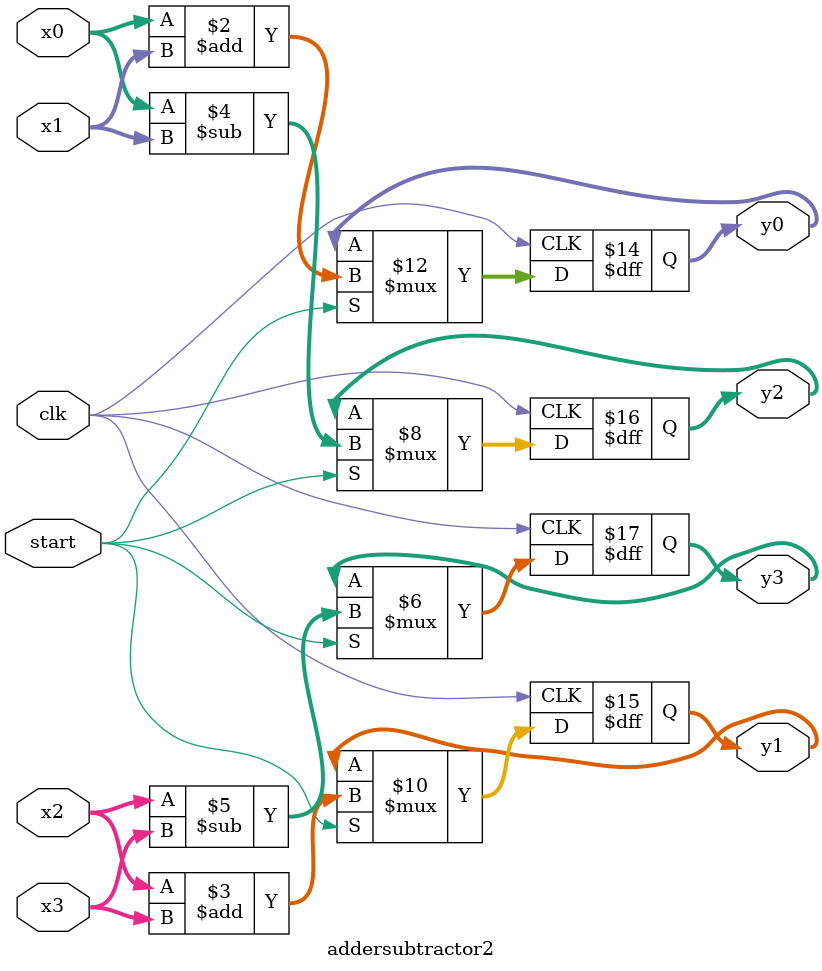
<source format=v>
`timescale 1ns / 1ps
module hadamard16pt(clk,start,x0,x1,x2,x3,x4,x5,x6,x7,x8,x9,x10,x11,x12,x13,x14,x15,y0,y1,y2,y3,y4,y5,y6,y7,y8,y9,y10,y11,y12,y13,y14,y15);

input clk;
input start;

input signed [8:0] x0,x1,x2,x3,x4,x5,x6,x7,x8,x9,x10,x11,x12,x13,x14,x15;
output signed [8:0] y0,y1,y2,y3,y4,y5,y6,y7,y8,y9,y10,y11,y12,y13,y14,y15;

wire signed [8:0] p0,p1,p2,p3,p4,p5,p6,p7,p8,p9,p10,p11,p12,p13,p14,p15;


hadamard4pt in1 (clk,start,x0,x1,x2,x3,p0,p1,p2,p3);
hadamard4pt in2 (clk,start,x4,x5,x6,x7,p4,p5,p6,p7);
hadamard4pt in3 (clk,start,x8,x9,x10,x11,p8,p9,p10,p11);
hadamard4pt in4 (clk,start,x12,x13,x14,x15,p12,p13,p14,p15);

hadamard4pt out1 (clk,start,p0,p4,p8,p12,y0,y4,y8,y12);
hadamard4pt out2 (clk,start,p1,p5,p9,p13,y1,y5,y9,y13);
hadamard4pt out3 (clk,start,p2,p6,p10,p14,y2,y6,y10,y14);
hadamard4pt out4 (clk,start,p3,p7,p11,p15,y3,y7,y11,y15);

endmodule


module hadamard4pt(clk,start,x0,x1,x2,x3,y0,y1,y2,y3);

input clk;
input start;
input signed [8:0] x0,x1,x2,x3;
output signed [8:0] y0,y1,y2,y3;

wire signed [8:0] a0,a1,a2,a3;

addersubtractor1 as1 (clk,start,x0,x1,x2,x3,a0,a1,a2,a3);
addersubtractor2 as2 (clk,start,a0,a1,a2,a3,y0,y1,y2,y3);

endmodule
module addersubtractor1(clk,start,x0,x1,x2,x3,y0,y1,y2,y3);
input clk;
input start;
input signed [8:0] x0,x1,x2,x3;
output reg signed [8:0] y0,y1,y2,y3;

always@(posedge clk)
begin
	if(start)
		begin
			y0 <= $signed(x0)+$signed(x1);
			y1 <= $signed(x2)+$signed(x3);
			y2 <= $signed(x0)-$signed(x1);
			y3 <= $signed(x2)-$signed(x3);
		end
end

endmodule


module addersubtractor2(clk,start,x0,x1,x2,x3,y0,y1,y2,y3);
input clk;
input start;
input signed [8:0] x0,x1,x2,x3;
output reg signed [8:0] y0,y1,y2,y3;

always@(posedge clk)
begin
	if(start)
		begin
			y0 <= $signed(x0)+$signed(x1);
			y1 <= $signed(x2)+$signed(x3);
			y2 <= $signed(x0)-$signed(x1);
			y3 <= $signed(x2)-$signed(x3);
		end
end

endmodule


</source>
